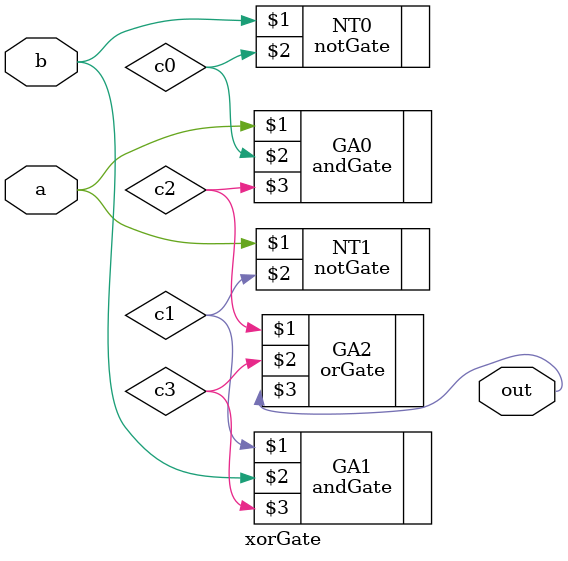
<source format=v>
module xorGate(
    input a,
    input b,
    output out
    );
	 
	 wire c0, c1, c2, c3;
    
	 notGate NT0 (b, c0);
	 notGate NT1 (a, c1);
	 
    andGate GA0 (a, c0, c2);
	 andGate GA1 (c1, b, c3);
	 orGate GA2 (c2, c3, out);

endmodule

</source>
